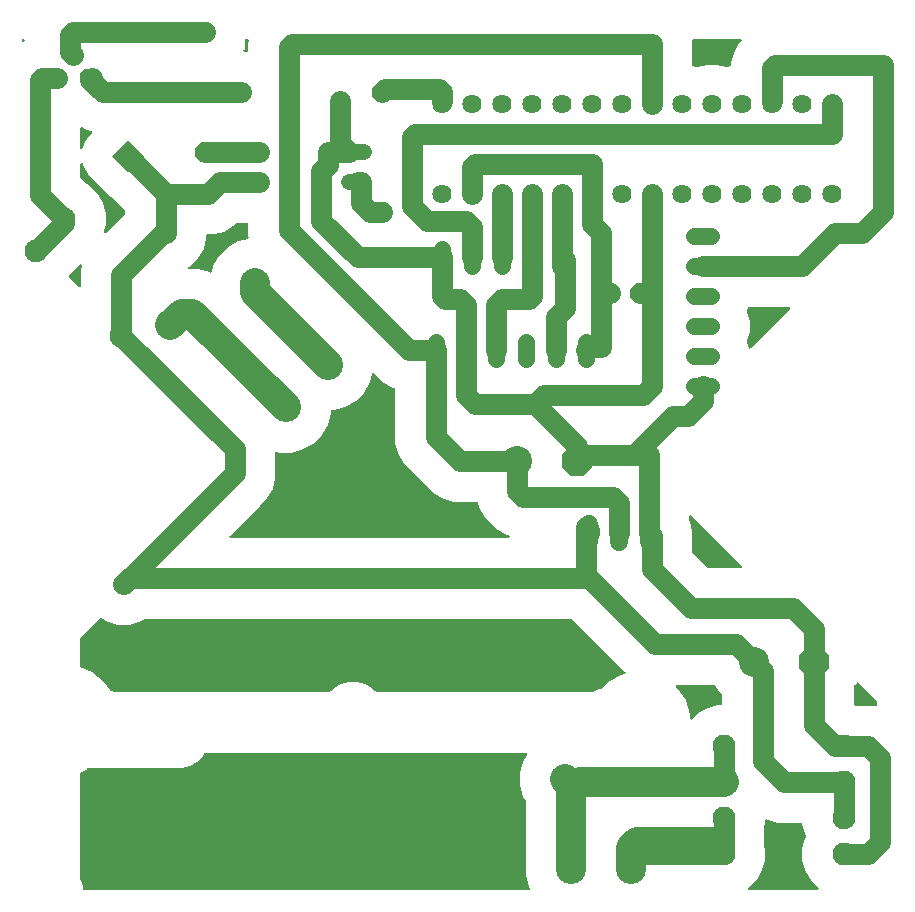
<source format=gbr>
G04 EAGLE Gerber RS-274X export*
G75*
%MOMM*%
%FSLAX34Y34*%
%LPD*%
%INBottom Copper*%
%IPPOS*%
%AMOC8*
5,1,8,0,0,1.08239X$1,22.5*%
G01*
%ADD10C,2.550000*%
%ADD11C,1.930400*%
%ADD12C,1.524000*%
%ADD13C,2.540000*%
%ADD14P,2.749271X8X22.500000*%
%ADD15C,1.625600*%
%ADD16C,1.422400*%
%ADD17C,1.320800*%
%ADD18P,1.814519X8X292.500000*%
%ADD19C,1.950000*%
%ADD20R,1.950000X1.950000*%
%ADD21P,1.429621X8X22.500000*%
%ADD22P,1.814519X8X112.500000*%
%ADD23P,1.814519X8X202.500000*%
%ADD24C,1.778000*%
%ADD25C,2.540000*%
%ADD26C,1.500000*%

G36*
X454712Y25406D02*
X454712Y25406D01*
X454751Y25404D01*
X454853Y25426D01*
X454955Y25441D01*
X454991Y25457D01*
X455029Y25465D01*
X455120Y25514D01*
X455215Y25557D01*
X455245Y25582D01*
X455279Y25601D01*
X455352Y25673D01*
X455432Y25740D01*
X455453Y25773D01*
X455481Y25800D01*
X455532Y25891D01*
X455589Y25977D01*
X455601Y26014D01*
X455620Y26048D01*
X455644Y26149D01*
X455675Y26248D01*
X455676Y26287D01*
X455685Y26325D01*
X455680Y26429D01*
X455682Y26532D01*
X455672Y26570D01*
X455670Y26609D01*
X455643Y26682D01*
X455610Y26807D01*
X455572Y26871D01*
X455553Y26924D01*
X454669Y28454D01*
X452069Y38157D01*
X452069Y48203D01*
X452085Y48260D01*
X452110Y48467D01*
X452119Y48523D01*
X452119Y100100D01*
X452106Y100196D01*
X452101Y100293D01*
X452087Y100331D01*
X452079Y100382D01*
X452009Y100539D01*
X451983Y100608D01*
X449636Y104674D01*
X447039Y114364D01*
X447039Y124396D01*
X449636Y134086D01*
X453088Y140066D01*
X453103Y140103D01*
X453125Y140135D01*
X453156Y140234D01*
X453195Y140330D01*
X453199Y140369D01*
X453210Y140406D01*
X453213Y140510D01*
X453224Y140613D01*
X453217Y140651D01*
X453218Y140690D01*
X453192Y140791D01*
X453173Y140893D01*
X453156Y140928D01*
X453146Y140965D01*
X453093Y141054D01*
X453047Y141147D01*
X453021Y141176D01*
X453001Y141210D01*
X452925Y141281D01*
X452855Y141357D01*
X452822Y141378D01*
X452793Y141404D01*
X452701Y141451D01*
X452613Y141506D01*
X452575Y141516D01*
X452540Y141534D01*
X452464Y141547D01*
X452339Y141581D01*
X452264Y141580D01*
X452209Y141589D01*
X180568Y141589D01*
X180491Y141578D01*
X180413Y141577D01*
X180351Y141559D01*
X180287Y141549D01*
X180216Y141518D01*
X180141Y141495D01*
X180087Y141460D01*
X180027Y141433D01*
X179968Y141383D01*
X179903Y141341D01*
X179867Y141298D01*
X179810Y141250D01*
X179738Y141142D01*
X179689Y141082D01*
X178415Y138876D01*
X173544Y134005D01*
X167578Y130560D01*
X160924Y128777D01*
X81399Y128777D01*
X81312Y128765D01*
X81225Y128762D01*
X81172Y128745D01*
X81118Y128737D01*
X81038Y128702D01*
X80955Y128675D01*
X80915Y128647D01*
X80858Y128621D01*
X80745Y128525D01*
X80681Y128480D01*
X79496Y127294D01*
X74818Y124594D01*
X74757Y124546D01*
X74690Y124506D01*
X74646Y124459D01*
X74594Y124419D01*
X74549Y124356D01*
X74496Y124299D01*
X74466Y124241D01*
X74428Y124188D01*
X74402Y124115D01*
X74366Y124046D01*
X74357Y123991D01*
X74332Y123921D01*
X74324Y123791D01*
X74311Y123715D01*
X74311Y36509D01*
X74315Y36476D01*
X74313Y36442D01*
X74331Y36366D01*
X74351Y36228D01*
X74378Y36166D01*
X74390Y36115D01*
X74805Y35129D01*
X74843Y35066D01*
X74862Y35015D01*
X75728Y33515D01*
X76137Y31990D01*
X76168Y31916D01*
X76181Y31859D01*
X76794Y30403D01*
X77030Y28687D01*
X77050Y28617D01*
X77055Y28563D01*
X77503Y26890D01*
X77503Y26416D01*
X77511Y26358D01*
X77510Y26300D01*
X77531Y26218D01*
X77543Y26134D01*
X77567Y26081D01*
X77582Y26025D01*
X77625Y25952D01*
X77659Y25875D01*
X77697Y25830D01*
X77727Y25780D01*
X77788Y25722D01*
X77843Y25658D01*
X77892Y25626D01*
X77934Y25586D01*
X78009Y25547D01*
X78080Y25500D01*
X78135Y25483D01*
X78187Y25456D01*
X78255Y25445D01*
X78351Y25415D01*
X78450Y25412D01*
X78518Y25401D01*
X454674Y25401D01*
X454712Y25406D01*
G37*
G36*
X286673Y193703D02*
X286673Y193703D01*
X286761Y193706D01*
X286813Y193723D01*
X286868Y193731D01*
X286948Y193766D01*
X287031Y193793D01*
X287070Y193821D01*
X287127Y193847D01*
X287241Y193943D01*
X287304Y193988D01*
X290074Y196758D01*
X296015Y200188D01*
X302640Y201963D01*
X309500Y201963D01*
X316125Y200188D01*
X322066Y196758D01*
X324836Y193988D01*
X324905Y193936D01*
X324969Y193876D01*
X325019Y193850D01*
X325063Y193817D01*
X325145Y193786D01*
X325222Y193746D01*
X325270Y193738D01*
X325328Y193716D01*
X325476Y193704D01*
X325553Y193691D01*
X509591Y193691D01*
X509624Y193695D01*
X509658Y193693D01*
X509735Y193711D01*
X509872Y193731D01*
X509934Y193758D01*
X509985Y193770D01*
X510971Y194185D01*
X511034Y194223D01*
X511085Y194242D01*
X512585Y195108D01*
X514110Y195517D01*
X514184Y195548D01*
X514241Y195561D01*
X515697Y196174D01*
X516725Y196315D01*
X516761Y196325D01*
X516799Y196328D01*
X516898Y196364D01*
X516999Y196393D01*
X517031Y196413D01*
X517066Y196426D01*
X517128Y196473D01*
X517240Y196544D01*
X517288Y196597D01*
X517332Y196631D01*
X521736Y201377D01*
X532875Y207808D01*
X535841Y208485D01*
X535895Y208506D01*
X535952Y208517D01*
X536027Y208556D01*
X536106Y208587D01*
X536153Y208622D01*
X536204Y208648D01*
X536266Y208707D01*
X536333Y208758D01*
X536368Y208804D01*
X536410Y208844D01*
X536453Y208917D01*
X536504Y208985D01*
X536525Y209039D01*
X536554Y209089D01*
X536575Y209172D01*
X536605Y209251D01*
X536610Y209309D01*
X536624Y209365D01*
X536621Y209450D01*
X536628Y209534D01*
X536617Y209591D01*
X536615Y209649D01*
X536589Y209730D01*
X536572Y209813D01*
X536545Y209864D01*
X536528Y209920D01*
X536487Y209976D01*
X536441Y210065D01*
X536373Y210137D01*
X536333Y210193D01*
X533806Y212720D01*
X491554Y254972D01*
X491484Y255024D01*
X491420Y255084D01*
X491371Y255110D01*
X491326Y255143D01*
X491245Y255174D01*
X491167Y255214D01*
X491119Y255222D01*
X491061Y255244D01*
X490913Y255256D01*
X490836Y255269D01*
X130019Y255269D01*
X129923Y255256D01*
X129826Y255251D01*
X129788Y255237D01*
X129738Y255229D01*
X129580Y255159D01*
X129511Y255133D01*
X124996Y252526D01*
X116274Y250189D01*
X107246Y250189D01*
X98524Y252526D01*
X92641Y255923D01*
X92578Y255948D01*
X92519Y255983D01*
X92447Y256001D01*
X92377Y256029D01*
X92309Y256036D01*
X92243Y256053D01*
X92169Y256051D01*
X92094Y256058D01*
X92027Y256046D01*
X91959Y256044D01*
X91888Y256021D01*
X91815Y256008D01*
X91754Y255977D01*
X91689Y255956D01*
X91638Y255920D01*
X91560Y255881D01*
X91476Y255805D01*
X91415Y255762D01*
X74608Y238954D01*
X74556Y238884D01*
X74496Y238820D01*
X74470Y238771D01*
X74437Y238727D01*
X74406Y238645D01*
X74366Y238567D01*
X74358Y238520D01*
X74336Y238461D01*
X74324Y238314D01*
X74311Y238236D01*
X74311Y215007D01*
X74312Y214996D01*
X74311Y214985D01*
X74332Y214855D01*
X74351Y214726D01*
X74355Y214716D01*
X74357Y214705D01*
X74413Y214586D01*
X74467Y214466D01*
X74474Y214458D01*
X74479Y214448D01*
X74565Y214350D01*
X74650Y214249D01*
X74660Y214243D01*
X74667Y214235D01*
X74719Y214204D01*
X74887Y214092D01*
X74927Y214079D01*
X74955Y214062D01*
X85076Y210090D01*
X95132Y202070D01*
X99959Y194991D01*
X99999Y194947D01*
X100031Y194897D01*
X100084Y194854D01*
X100150Y194781D01*
X100236Y194728D01*
X100290Y194684D01*
X101055Y194242D01*
X101123Y194215D01*
X101169Y194185D01*
X102155Y193770D01*
X102188Y193762D01*
X102218Y193746D01*
X102296Y193733D01*
X102430Y193698D01*
X102498Y193699D01*
X102549Y193691D01*
X286587Y193691D01*
X286673Y193703D01*
G37*
G36*
X437358Y323852D02*
X437358Y323852D01*
X437368Y323851D01*
X437499Y323872D01*
X437630Y323891D01*
X437639Y323895D01*
X437649Y323896D01*
X437769Y323953D01*
X437889Y324007D01*
X437897Y324013D01*
X437906Y324017D01*
X438006Y324105D01*
X438106Y324190D01*
X438112Y324199D01*
X438119Y324205D01*
X438191Y324317D01*
X438264Y324427D01*
X438267Y324436D01*
X438272Y324445D01*
X438310Y324571D01*
X438350Y324698D01*
X438350Y324708D01*
X438353Y324717D01*
X438354Y324850D01*
X438357Y324982D01*
X438355Y324992D01*
X438355Y325002D01*
X438319Y325130D01*
X438285Y325257D01*
X438280Y325266D01*
X438278Y325275D01*
X438207Y325388D01*
X438140Y325502D01*
X438133Y325509D01*
X438128Y325517D01*
X438029Y325606D01*
X437933Y325696D01*
X437924Y325701D01*
X437917Y325707D01*
X437865Y325731D01*
X437680Y325826D01*
X437644Y325832D01*
X437611Y325847D01*
X436344Y326186D01*
X428525Y330701D01*
X417061Y342165D01*
X412546Y349984D01*
X411584Y353577D01*
X411557Y353640D01*
X411540Y353705D01*
X411501Y353770D01*
X411472Y353838D01*
X411429Y353891D01*
X411394Y353950D01*
X411340Y354001D01*
X411293Y354059D01*
X411237Y354098D01*
X411187Y354144D01*
X411121Y354178D01*
X411059Y354221D01*
X410995Y354243D01*
X410934Y354274D01*
X410872Y354284D01*
X410790Y354312D01*
X410676Y354317D01*
X410603Y354329D01*
X391726Y354329D01*
X383004Y356666D01*
X375185Y361181D01*
X348481Y387885D01*
X343966Y395704D01*
X341629Y404426D01*
X341629Y449383D01*
X341620Y449451D01*
X341620Y449519D01*
X341600Y449591D01*
X341589Y449665D01*
X341562Y449727D01*
X341543Y449793D01*
X341504Y449856D01*
X341473Y449924D01*
X341429Y449976D01*
X341393Y450034D01*
X341338Y450084D01*
X341290Y450141D01*
X341233Y450179D01*
X341182Y450225D01*
X341125Y450251D01*
X341053Y450299D01*
X340944Y450333D01*
X340877Y450364D01*
X339824Y450646D01*
X332005Y455161D01*
X323906Y463260D01*
X323875Y463283D01*
X323849Y463312D01*
X323761Y463368D01*
X323679Y463430D01*
X323642Y463444D01*
X323609Y463465D01*
X323510Y463495D01*
X323413Y463532D01*
X323374Y463535D01*
X323337Y463546D01*
X323233Y463547D01*
X323130Y463555D01*
X323092Y463548D01*
X323052Y463548D01*
X322953Y463520D01*
X322851Y463499D01*
X322816Y463481D01*
X322779Y463471D01*
X322691Y463416D01*
X322599Y463368D01*
X322570Y463342D01*
X322537Y463321D01*
X322468Y463244D01*
X322393Y463173D01*
X322373Y463139D01*
X322347Y463110D01*
X322314Y463039D01*
X322249Y462927D01*
X322231Y462855D01*
X322207Y462804D01*
X320211Y455355D01*
X315189Y446655D01*
X308086Y439552D01*
X299386Y434530D01*
X289683Y431930D01*
X287905Y431930D01*
X287848Y431922D01*
X287789Y431923D01*
X287707Y431902D01*
X287624Y431890D01*
X287571Y431866D01*
X287514Y431851D01*
X287442Y431808D01*
X287365Y431774D01*
X287320Y431736D01*
X287270Y431706D01*
X287212Y431644D01*
X287148Y431590D01*
X287115Y431541D01*
X287075Y431499D01*
X287037Y431424D01*
X286990Y431353D01*
X286972Y431298D01*
X286946Y431246D01*
X286934Y431178D01*
X286904Y431082D01*
X286902Y430983D01*
X286890Y430915D01*
X286890Y429137D01*
X284290Y419434D01*
X279268Y410734D01*
X272165Y403631D01*
X263465Y398609D01*
X253762Y396009D01*
X243717Y396009D01*
X241309Y396654D01*
X241260Y396660D01*
X241214Y396675D01*
X241120Y396677D01*
X241027Y396688D01*
X240978Y396681D01*
X240930Y396682D01*
X240839Y396658D01*
X240746Y396643D01*
X240702Y396622D01*
X240655Y396610D01*
X240574Y396562D01*
X240489Y396522D01*
X240452Y396490D01*
X240410Y396465D01*
X240346Y396396D01*
X240275Y396334D01*
X240249Y396293D01*
X240216Y396258D01*
X240173Y396174D01*
X240122Y396095D01*
X240108Y396048D01*
X240086Y396004D01*
X240074Y395931D01*
X240042Y395822D01*
X240041Y395735D01*
X240031Y395673D01*
X240031Y373946D01*
X237694Y365224D01*
X233179Y357405D01*
X226701Y350926D01*
X201358Y325584D01*
X201341Y325560D01*
X201318Y325541D01*
X201255Y325447D01*
X201187Y325357D01*
X201177Y325329D01*
X201161Y325305D01*
X201126Y325197D01*
X201086Y325091D01*
X201084Y325062D01*
X201075Y325034D01*
X201072Y324920D01*
X201063Y324808D01*
X201068Y324779D01*
X201068Y324750D01*
X201096Y324640D01*
X201118Y324529D01*
X201132Y324503D01*
X201139Y324475D01*
X201197Y324377D01*
X201249Y324277D01*
X201270Y324255D01*
X201285Y324230D01*
X201367Y324153D01*
X201445Y324071D01*
X201471Y324056D01*
X201492Y324036D01*
X201593Y323984D01*
X201691Y323927D01*
X201719Y323920D01*
X201745Y323906D01*
X201822Y323893D01*
X201966Y323857D01*
X202029Y323859D01*
X202076Y323851D01*
X437348Y323851D01*
X437358Y323852D01*
G37*
G36*
X672397Y25430D02*
X672397Y25430D01*
X672454Y25435D01*
X674750Y26051D01*
X699166Y26051D01*
X699195Y26055D01*
X699224Y26052D01*
X699336Y26075D01*
X699448Y26091D01*
X699474Y26103D01*
X699503Y26108D01*
X699604Y26160D01*
X699707Y26207D01*
X699730Y26226D01*
X699756Y26239D01*
X699838Y26317D01*
X699924Y26390D01*
X699940Y26415D01*
X699962Y26435D01*
X700019Y26533D01*
X700082Y26627D01*
X700091Y26655D01*
X700105Y26680D01*
X700133Y26790D01*
X700167Y26898D01*
X700168Y26928D01*
X700175Y26956D01*
X700172Y27069D01*
X700175Y27182D01*
X700167Y27211D01*
X700166Y27240D01*
X700132Y27348D01*
X700103Y27457D01*
X700088Y27483D01*
X700079Y27511D01*
X700033Y27574D01*
X699958Y27702D01*
X699912Y27745D01*
X699884Y27784D01*
X693311Y34357D01*
X688696Y42350D01*
X686307Y51265D01*
X686307Y60495D01*
X688696Y69410D01*
X689390Y70612D01*
X689400Y70637D01*
X689408Y70648D01*
X689418Y70681D01*
X689419Y70685D01*
X689457Y70752D01*
X689472Y70816D01*
X689497Y70876D01*
X689505Y70953D01*
X689522Y71029D01*
X689519Y71094D01*
X689526Y71159D01*
X689512Y71236D01*
X689508Y71313D01*
X689488Y71365D01*
X689475Y71439D01*
X689418Y71555D01*
X689390Y71628D01*
X688696Y72830D01*
X686293Y81797D01*
X686267Y81860D01*
X686250Y81925D01*
X686211Y81990D01*
X686182Y82058D01*
X686139Y82111D01*
X686104Y82170D01*
X686050Y82221D01*
X686003Y82279D01*
X685947Y82318D01*
X685897Y82364D01*
X685830Y82398D01*
X685769Y82441D01*
X685705Y82463D01*
X685644Y82494D01*
X685582Y82504D01*
X685500Y82532D01*
X685386Y82537D01*
X685313Y82549D01*
X666046Y82549D01*
X657324Y84886D01*
X656336Y85457D01*
X656299Y85472D01*
X656267Y85493D01*
X656168Y85524D01*
X656072Y85563D01*
X656033Y85567D01*
X655996Y85579D01*
X655892Y85582D01*
X655789Y85592D01*
X655751Y85585D01*
X655712Y85586D01*
X655611Y85560D01*
X655509Y85542D01*
X655474Y85524D01*
X655437Y85514D01*
X655348Y85462D01*
X655255Y85416D01*
X655226Y85389D01*
X655192Y85369D01*
X655121Y85294D01*
X655045Y85224D01*
X655024Y85190D01*
X654998Y85162D01*
X654950Y85069D01*
X654896Y84981D01*
X654886Y84944D01*
X654868Y84909D01*
X654855Y84832D01*
X654821Y84707D01*
X654822Y84633D01*
X654813Y84578D01*
X654813Y81745D01*
X654085Y79031D01*
X654060Y78824D01*
X654051Y78768D01*
X654051Y63472D01*
X654080Y63266D01*
X654085Y63209D01*
X654813Y60495D01*
X654813Y51265D01*
X652424Y42350D01*
X647809Y34357D01*
X641283Y27831D01*
X640355Y27295D01*
X640340Y27283D01*
X640322Y27275D01*
X640228Y27196D01*
X640131Y27120D01*
X640120Y27104D01*
X640105Y27091D01*
X640037Y26989D01*
X639965Y26890D01*
X639958Y26871D01*
X639947Y26855D01*
X639910Y26738D01*
X639869Y26622D01*
X639867Y26602D01*
X639861Y26584D01*
X639858Y26461D01*
X639850Y26338D01*
X639855Y26319D01*
X639854Y26300D01*
X639885Y26181D01*
X639912Y26061D01*
X639921Y26043D01*
X639926Y26025D01*
X639989Y25919D01*
X640047Y25811D01*
X640061Y25797D01*
X640071Y25780D01*
X640161Y25696D01*
X640247Y25609D01*
X640264Y25599D01*
X640279Y25586D01*
X640388Y25530D01*
X640495Y25470D01*
X640514Y25465D01*
X640532Y25456D01*
X640604Y25444D01*
X640772Y25405D01*
X640823Y25407D01*
X640863Y25401D01*
X672191Y25401D01*
X672397Y25430D01*
G37*
G36*
X634269Y298455D02*
X634269Y298455D01*
X634299Y298452D01*
X634410Y298475D01*
X634522Y298491D01*
X634549Y298503D01*
X634577Y298508D01*
X634678Y298560D01*
X634781Y298607D01*
X634804Y298626D01*
X634830Y298639D01*
X634912Y298717D01*
X634998Y298790D01*
X635014Y298815D01*
X635036Y298835D01*
X635093Y298933D01*
X635156Y299027D01*
X635165Y299055D01*
X635179Y299080D01*
X635207Y299190D01*
X635242Y299298D01*
X635242Y299328D01*
X635250Y299356D01*
X635246Y299469D01*
X635249Y299582D01*
X635241Y299611D01*
X635241Y299640D01*
X635206Y299748D01*
X635177Y299857D01*
X635162Y299883D01*
X635153Y299911D01*
X635108Y299974D01*
X635032Y300102D01*
X634986Y300145D01*
X634980Y300153D01*
X634980Y300154D01*
X634979Y300154D01*
X634958Y300184D01*
X592284Y342858D01*
X592260Y342876D01*
X592241Y342898D01*
X592147Y342961D01*
X592057Y343029D01*
X592029Y343040D01*
X592005Y343056D01*
X591897Y343090D01*
X591791Y343130D01*
X591762Y343133D01*
X591734Y343142D01*
X591620Y343145D01*
X591508Y343154D01*
X591479Y343148D01*
X591450Y343149D01*
X591340Y343120D01*
X591229Y343098D01*
X591203Y343084D01*
X591175Y343077D01*
X591077Y343019D01*
X590977Y342967D01*
X590955Y342947D01*
X590930Y342932D01*
X590853Y342849D01*
X590771Y342771D01*
X590756Y342746D01*
X590736Y342725D01*
X590684Y342624D01*
X590627Y342526D01*
X590620Y342498D01*
X590606Y342471D01*
X590593Y342394D01*
X590557Y342250D01*
X590559Y342188D01*
X590551Y342140D01*
X590551Y338980D01*
X590564Y338884D01*
X590569Y338786D01*
X590583Y338749D01*
X590591Y338698D01*
X590661Y338541D01*
X590687Y338472D01*
X590754Y338356D01*
X593091Y329634D01*
X593091Y311804D01*
X593103Y311718D01*
X593106Y311630D01*
X593123Y311578D01*
X593131Y311523D01*
X593166Y311443D01*
X593193Y311360D01*
X593221Y311320D01*
X593247Y311263D01*
X593343Y311150D01*
X593388Y311086D01*
X605726Y298748D01*
X605796Y298696D01*
X605860Y298636D01*
X605909Y298610D01*
X605954Y298577D01*
X606035Y298546D01*
X606113Y298506D01*
X606161Y298498D01*
X606219Y298476D01*
X606367Y298464D01*
X606444Y298451D01*
X634240Y298451D01*
X634269Y298455D01*
G37*
G36*
X185256Y548379D02*
X185256Y548379D01*
X185305Y548379D01*
X185395Y548404D01*
X185487Y548421D01*
X185531Y548443D01*
X185578Y548456D01*
X185658Y548505D01*
X185742Y548547D01*
X185778Y548580D01*
X185820Y548606D01*
X185883Y548675D01*
X185952Y548739D01*
X185978Y548780D01*
X186010Y548817D01*
X186041Y548884D01*
X186100Y548981D01*
X186124Y549065D01*
X186150Y549122D01*
X187487Y554115D01*
X192503Y562803D01*
X199597Y569897D01*
X208285Y574913D01*
X216787Y577191D01*
X216841Y577214D01*
X216897Y577227D01*
X216971Y577269D01*
X217048Y577302D01*
X217094Y577339D01*
X217145Y577368D01*
X217204Y577428D01*
X217269Y577481D01*
X217302Y577529D01*
X217343Y577571D01*
X217383Y577646D01*
X217431Y577715D01*
X217450Y577770D01*
X217477Y577822D01*
X217495Y577905D01*
X217522Y577984D01*
X217524Y578043D01*
X217537Y578100D01*
X217530Y578169D01*
X217535Y578268D01*
X217511Y578365D01*
X217505Y578434D01*
X217169Y579686D01*
X217169Y589534D01*
X217161Y589592D01*
X217163Y589650D01*
X217141Y589732D01*
X217129Y589816D01*
X217106Y589869D01*
X217091Y589925D01*
X217048Y589998D01*
X217013Y590075D01*
X216975Y590120D01*
X216946Y590170D01*
X216884Y590228D01*
X216830Y590292D01*
X216781Y590324D01*
X216738Y590364D01*
X216663Y590403D01*
X216593Y590450D01*
X216537Y590467D01*
X216485Y590494D01*
X216417Y590505D01*
X216322Y590535D01*
X216222Y590538D01*
X216154Y590549D01*
X207664Y590549D01*
X207578Y590537D01*
X207490Y590534D01*
X207438Y590517D01*
X207383Y590509D01*
X207303Y590474D01*
X207220Y590447D01*
X207180Y590419D01*
X207123Y590393D01*
X207010Y590297D01*
X206946Y590252D01*
X204335Y587641D01*
X196516Y583126D01*
X187795Y580789D01*
X182626Y580789D01*
X182568Y580781D01*
X182510Y580783D01*
X182428Y580761D01*
X182344Y580750D01*
X182291Y580726D01*
X182235Y580711D01*
X182162Y580668D01*
X182085Y580633D01*
X182040Y580595D01*
X181990Y580566D01*
X181932Y580504D01*
X181868Y580450D01*
X181836Y580401D01*
X181796Y580358D01*
X181757Y580283D01*
X181710Y580213D01*
X181693Y580157D01*
X181666Y580105D01*
X181655Y580037D01*
X181625Y579942D01*
X181622Y579842D01*
X181611Y579774D01*
X181611Y577146D01*
X179274Y568424D01*
X174759Y560605D01*
X168375Y554221D01*
X166391Y553075D01*
X166376Y553063D01*
X166358Y553055D01*
X166264Y552976D01*
X166167Y552900D01*
X166156Y552884D01*
X166141Y552871D01*
X166073Y552769D01*
X166001Y552670D01*
X165994Y552651D01*
X165983Y552635D01*
X165946Y552518D01*
X165905Y552402D01*
X165903Y552382D01*
X165897Y552364D01*
X165894Y552241D01*
X165886Y552118D01*
X165891Y552099D01*
X165890Y552080D01*
X165921Y551961D01*
X165948Y551841D01*
X165957Y551823D01*
X165962Y551805D01*
X166025Y551699D01*
X166083Y551591D01*
X166097Y551577D01*
X166107Y551560D01*
X166197Y551476D01*
X166283Y551389D01*
X166300Y551379D01*
X166315Y551366D01*
X166424Y551310D01*
X166531Y551250D01*
X166550Y551245D01*
X166568Y551236D01*
X166640Y551224D01*
X166808Y551185D01*
X166859Y551187D01*
X166899Y551181D01*
X174835Y551181D01*
X184525Y548584D01*
X184661Y548506D01*
X184706Y548488D01*
X184748Y548461D01*
X184838Y548434D01*
X184925Y548399D01*
X184973Y548394D01*
X185020Y548381D01*
X185114Y548380D01*
X185208Y548370D01*
X185256Y548379D01*
G37*
G36*
X622489Y722252D02*
X622489Y722252D01*
X622563Y722259D01*
X625357Y723008D01*
X625420Y723034D01*
X625485Y723052D01*
X625550Y723090D01*
X625618Y723119D01*
X625671Y723162D01*
X625730Y723197D01*
X625781Y723251D01*
X625839Y723298D01*
X625878Y723354D01*
X625924Y723404D01*
X625958Y723471D01*
X626001Y723532D01*
X626023Y723596D01*
X626054Y723657D01*
X626064Y723719D01*
X626092Y723801D01*
X626097Y723915D01*
X626109Y723988D01*
X626109Y725874D01*
X628446Y734596D01*
X632961Y742415D01*
X634812Y744266D01*
X634829Y744290D01*
X634852Y744309D01*
X634915Y744403D01*
X634983Y744493D01*
X634993Y744521D01*
X635009Y744545D01*
X635044Y744653D01*
X635084Y744759D01*
X635086Y744788D01*
X635095Y744816D01*
X635098Y744930D01*
X635107Y745042D01*
X635102Y745071D01*
X635102Y745100D01*
X635074Y745210D01*
X635052Y745321D01*
X635038Y745347D01*
X635031Y745375D01*
X634973Y745473D01*
X634921Y745573D01*
X634900Y745595D01*
X634885Y745620D01*
X634803Y745697D01*
X634725Y745779D01*
X634699Y745794D01*
X634678Y745814D01*
X634577Y745866D01*
X634479Y745923D01*
X634451Y745930D01*
X634425Y745944D01*
X634348Y745957D01*
X634204Y745993D01*
X634141Y745991D01*
X634094Y745999D01*
X594106Y745999D01*
X594048Y745991D01*
X593990Y745993D01*
X593908Y745971D01*
X593824Y745959D01*
X593771Y745936D01*
X593715Y745921D01*
X593642Y745878D01*
X593565Y745843D01*
X593520Y745805D01*
X593470Y745776D01*
X593412Y745714D01*
X593348Y745660D01*
X593316Y745611D01*
X593276Y745568D01*
X593237Y745493D01*
X593190Y745423D01*
X593173Y745367D01*
X593146Y745315D01*
X593135Y745247D01*
X593105Y745152D01*
X593102Y745052D01*
X593091Y744984D01*
X593091Y723988D01*
X593100Y723921D01*
X593100Y723853D01*
X593120Y723781D01*
X593131Y723707D01*
X593158Y723645D01*
X593177Y723579D01*
X593216Y723516D01*
X593247Y723447D01*
X593291Y723395D01*
X593327Y723337D01*
X593382Y723287D01*
X593430Y723230D01*
X593487Y723193D01*
X593538Y723147D01*
X593595Y723121D01*
X593667Y723073D01*
X593776Y723038D01*
X593843Y723008D01*
X596637Y722259D01*
X596733Y722247D01*
X596829Y722227D01*
X596869Y722231D01*
X596919Y722225D01*
X597089Y722252D01*
X597163Y722259D01*
X605186Y724409D01*
X614014Y724409D01*
X622037Y722259D01*
X622134Y722247D01*
X622229Y722227D01*
X622269Y722231D01*
X622319Y722225D01*
X622489Y722252D01*
G37*
G36*
X641934Y483996D02*
X641934Y483996D01*
X641973Y483997D01*
X642072Y484029D01*
X642173Y484053D01*
X642207Y484073D01*
X642244Y484085D01*
X642307Y484130D01*
X642420Y484194D01*
X642472Y484247D01*
X642517Y484280D01*
X675934Y517696D01*
X675951Y517720D01*
X675974Y517739D01*
X676036Y517833D01*
X676105Y517923D01*
X676115Y517951D01*
X676131Y517975D01*
X676165Y518083D01*
X676206Y518189D01*
X676208Y518218D01*
X676217Y518246D01*
X676220Y518360D01*
X676229Y518472D01*
X676224Y518501D01*
X676224Y518530D01*
X676196Y518640D01*
X676173Y518751D01*
X676160Y518777D01*
X676152Y518805D01*
X676095Y518903D01*
X676042Y519003D01*
X676022Y519025D01*
X676007Y519050D01*
X675925Y519127D01*
X675847Y519209D01*
X675821Y519224D01*
X675800Y519244D01*
X675699Y519296D01*
X675601Y519353D01*
X675573Y519360D01*
X675547Y519374D01*
X675469Y519387D01*
X675326Y519423D01*
X675263Y519421D01*
X675216Y519429D01*
X641148Y519429D01*
X641081Y519420D01*
X641013Y519420D01*
X640941Y519400D01*
X640867Y519389D01*
X640805Y519362D01*
X640739Y519343D01*
X640676Y519304D01*
X640608Y519273D01*
X640555Y519229D01*
X640498Y519193D01*
X640448Y519138D01*
X640391Y519090D01*
X640353Y519033D01*
X640307Y518982D01*
X640281Y518925D01*
X640233Y518853D01*
X640199Y518744D01*
X640168Y518677D01*
X639419Y515883D01*
X639407Y515787D01*
X639387Y515691D01*
X639391Y515651D01*
X639385Y515601D01*
X639412Y515431D01*
X639419Y515357D01*
X641605Y507200D01*
X641605Y498640D01*
X639419Y490483D01*
X639407Y490387D01*
X639387Y490291D01*
X639391Y490251D01*
X639385Y490201D01*
X639412Y490031D01*
X639419Y489957D01*
X640818Y484735D01*
X640834Y484699D01*
X640841Y484660D01*
X640889Y484568D01*
X640930Y484473D01*
X640954Y484443D01*
X640972Y484408D01*
X641044Y484333D01*
X641109Y484253D01*
X641141Y484230D01*
X641168Y484202D01*
X641258Y484149D01*
X641343Y484091D01*
X641380Y484078D01*
X641414Y484058D01*
X641514Y484033D01*
X641612Y484000D01*
X641651Y483998D01*
X641689Y483988D01*
X641793Y483991D01*
X641896Y483987D01*
X641934Y483996D01*
G37*
G36*
X592327Y169887D02*
X592327Y169887D01*
X592441Y169884D01*
X592469Y169891D01*
X592499Y169892D01*
X592606Y169927D01*
X592716Y169956D01*
X592741Y169971D01*
X592769Y169980D01*
X592833Y170025D01*
X592960Y170101D01*
X593003Y170146D01*
X593042Y170174D01*
X598237Y175369D01*
X606230Y179984D01*
X615145Y182373D01*
X617474Y182373D01*
X617532Y182381D01*
X617590Y182379D01*
X617672Y182401D01*
X617756Y182413D01*
X617809Y182436D01*
X617865Y182451D01*
X617938Y182494D01*
X618015Y182529D01*
X618060Y182567D01*
X618110Y182596D01*
X618168Y182658D01*
X618232Y182712D01*
X618264Y182761D01*
X618304Y182804D01*
X618343Y182879D01*
X618390Y182949D01*
X618407Y183005D01*
X618434Y183057D01*
X618445Y183125D01*
X618475Y183220D01*
X618478Y183320D01*
X618489Y183388D01*
X618489Y190808D01*
X618477Y190894D01*
X618474Y190982D01*
X618457Y191034D01*
X618449Y191089D01*
X618414Y191169D01*
X618387Y191252D01*
X618359Y191291D01*
X618333Y191349D01*
X618237Y191462D01*
X618192Y191525D01*
X614672Y195046D01*
X612457Y198882D01*
X612409Y198943D01*
X612369Y199010D01*
X612322Y199054D01*
X612282Y199106D01*
X612219Y199151D01*
X612162Y199204D01*
X612104Y199234D01*
X612051Y199272D01*
X611978Y199298D01*
X611909Y199334D01*
X611854Y199343D01*
X611784Y199368D01*
X611654Y199376D01*
X611578Y199389D01*
X580165Y199389D01*
X580080Y199377D01*
X579994Y199375D01*
X579940Y199357D01*
X579884Y199349D01*
X579805Y199314D01*
X579723Y199288D01*
X579676Y199256D01*
X579624Y199233D01*
X579559Y199177D01*
X579487Y199130D01*
X579451Y199086D01*
X579407Y199050D01*
X579360Y198978D01*
X579304Y198912D01*
X579281Y198860D01*
X579250Y198813D01*
X579224Y198731D01*
X579189Y198652D01*
X579181Y198596D01*
X579164Y198542D01*
X579162Y198456D01*
X579150Y198370D01*
X579158Y198314D01*
X579157Y198258D01*
X579179Y198174D01*
X579191Y198089D01*
X579214Y198037D01*
X579229Y197983D01*
X579273Y197909D01*
X579308Y197830D01*
X579341Y197793D01*
X579374Y197738D01*
X579480Y197639D01*
X579532Y197580D01*
X580272Y196990D01*
X587518Y186363D01*
X591309Y174071D01*
X591309Y170892D01*
X591313Y170863D01*
X591311Y170834D01*
X591333Y170723D01*
X591349Y170611D01*
X591361Y170584D01*
X591367Y170555D01*
X591419Y170455D01*
X591465Y170351D01*
X591484Y170329D01*
X591498Y170303D01*
X591576Y170221D01*
X591649Y170134D01*
X591673Y170118D01*
X591694Y170097D01*
X591791Y170040D01*
X591886Y169977D01*
X591914Y169968D01*
X591939Y169953D01*
X592048Y169925D01*
X592157Y169891D01*
X592186Y169890D01*
X592214Y169883D01*
X592327Y169887D01*
G37*
G36*
X96127Y581920D02*
X96127Y581920D01*
X96251Y581919D01*
X96269Y581924D01*
X96289Y581925D01*
X96406Y581963D01*
X96524Y581996D01*
X96541Y582006D01*
X96560Y582012D01*
X96619Y582055D01*
X96766Y582146D01*
X96800Y582184D01*
X96833Y582207D01*
X112732Y598106D01*
X112784Y598176D01*
X112844Y598240D01*
X112870Y598289D01*
X112903Y598334D01*
X112934Y598415D01*
X112974Y598493D01*
X112982Y598541D01*
X113004Y598599D01*
X113016Y598747D01*
X113029Y598824D01*
X113029Y600456D01*
X113017Y600542D01*
X113014Y600630D01*
X112997Y600683D01*
X112989Y600737D01*
X112954Y600817D01*
X112927Y600900D01*
X112899Y600940D01*
X112873Y600997D01*
X112777Y601110D01*
X112732Y601174D01*
X102604Y611302D01*
X102438Y611427D01*
X102394Y611463D01*
X99632Y613057D01*
X81114Y631575D01*
X77770Y637367D01*
X76927Y640516D01*
X76923Y640525D01*
X76921Y640534D01*
X76867Y640656D01*
X76815Y640777D01*
X76809Y640785D01*
X76805Y640794D01*
X76720Y640895D01*
X76636Y640998D01*
X76628Y641003D01*
X76621Y641011D01*
X76511Y641084D01*
X76402Y641160D01*
X76393Y641163D01*
X76385Y641168D01*
X76258Y641209D01*
X76133Y641251D01*
X76123Y641251D01*
X76114Y641254D01*
X75981Y641258D01*
X75849Y641263D01*
X75839Y641261D01*
X75830Y641261D01*
X75702Y641228D01*
X75573Y641197D01*
X75564Y641192D01*
X75555Y641190D01*
X75441Y641122D01*
X75325Y641056D01*
X75319Y641049D01*
X75310Y641044D01*
X75220Y640948D01*
X75127Y640853D01*
X75122Y640844D01*
X75116Y640837D01*
X75056Y640720D01*
X74993Y640602D01*
X74991Y640593D01*
X74986Y640584D01*
X74977Y640528D01*
X74933Y640324D01*
X74937Y640288D01*
X74931Y640253D01*
X74931Y628904D01*
X74943Y628817D01*
X74946Y628730D01*
X74963Y628677D01*
X74971Y628623D01*
X75006Y628543D01*
X75033Y628460D01*
X75061Y628420D01*
X75087Y628363D01*
X75183Y628250D01*
X75228Y628186D01*
X80099Y623315D01*
X80266Y623190D01*
X80310Y623154D01*
X83072Y621559D01*
X89616Y615015D01*
X94244Y606999D01*
X96639Y598059D01*
X96639Y588804D01*
X95134Y583188D01*
X95132Y583169D01*
X95125Y583150D01*
X95115Y583028D01*
X95100Y582906D01*
X95103Y582886D01*
X95101Y582867D01*
X95126Y582746D01*
X95145Y582625D01*
X95153Y582607D01*
X95157Y582588D01*
X95214Y582479D01*
X95266Y582368D01*
X95279Y582353D01*
X95288Y582336D01*
X95373Y582247D01*
X95454Y582154D01*
X95471Y582144D01*
X95484Y582130D01*
X95590Y582068D01*
X95694Y582001D01*
X95712Y581996D01*
X95729Y581986D01*
X95848Y581956D01*
X95966Y581921D01*
X95986Y581921D01*
X96005Y581916D01*
X96127Y581920D01*
G37*
G36*
X748152Y181148D02*
X748152Y181148D01*
X748200Y181147D01*
X748291Y181171D01*
X748384Y181186D01*
X748428Y181206D01*
X748475Y181219D01*
X748556Y181267D01*
X748641Y181307D01*
X748678Y181339D01*
X748720Y181364D01*
X748784Y181433D01*
X748855Y181495D01*
X748881Y181536D01*
X748914Y181571D01*
X748957Y181655D01*
X749008Y181734D01*
X749022Y181781D01*
X749044Y181824D01*
X749056Y181898D01*
X749088Y182007D01*
X749089Y182094D01*
X749099Y182155D01*
X749099Y185622D01*
X749087Y185709D01*
X749084Y185796D01*
X749067Y185849D01*
X749059Y185904D01*
X749024Y185984D01*
X748997Y186067D01*
X748969Y186106D01*
X748943Y186163D01*
X748847Y186276D01*
X748802Y186340D01*
X733990Y201152D01*
X733944Y201187D01*
X733903Y201229D01*
X733830Y201272D01*
X733763Y201323D01*
X733708Y201344D01*
X733658Y201373D01*
X733576Y201394D01*
X733497Y201424D01*
X733439Y201429D01*
X733382Y201443D01*
X733298Y201441D01*
X733214Y201448D01*
X733157Y201436D01*
X733098Y201434D01*
X733018Y201408D01*
X732935Y201392D01*
X732883Y201365D01*
X732828Y201347D01*
X732772Y201307D01*
X732683Y201261D01*
X732611Y201192D01*
X732554Y201152D01*
X730548Y199146D01*
X730496Y199076D01*
X730436Y199012D01*
X730410Y198962D01*
X730377Y198918D01*
X730346Y198837D01*
X730306Y198759D01*
X730298Y198711D01*
X730276Y198653D01*
X730264Y198505D01*
X730251Y198428D01*
X730251Y182626D01*
X730259Y182568D01*
X730257Y182510D01*
X730279Y182428D01*
X730291Y182344D01*
X730314Y182291D01*
X730329Y182235D01*
X730372Y182162D01*
X730407Y182085D01*
X730445Y182040D01*
X730474Y181990D01*
X730536Y181932D01*
X730590Y181868D01*
X730639Y181836D01*
X730682Y181796D01*
X730757Y181757D01*
X730827Y181710D01*
X730883Y181693D01*
X730935Y181666D01*
X731003Y181655D01*
X731098Y181625D01*
X731198Y181622D01*
X731266Y181611D01*
X746194Y181611D01*
X747821Y181175D01*
X747870Y181169D01*
X747916Y181154D01*
X748010Y181152D01*
X748103Y181140D01*
X748152Y181148D01*
G37*
G36*
X74362Y535903D02*
X74362Y535903D01*
X74391Y535903D01*
X74501Y535931D01*
X74612Y535953D01*
X74638Y535967D01*
X74666Y535974D01*
X74764Y536032D01*
X74864Y536084D01*
X74886Y536105D01*
X74911Y536120D01*
X74988Y536202D01*
X75070Y536280D01*
X75085Y536306D01*
X75105Y536327D01*
X75157Y536428D01*
X75214Y536526D01*
X75221Y536554D01*
X75235Y536580D01*
X75248Y536657D01*
X75284Y536801D01*
X75282Y536864D01*
X75290Y536911D01*
X75290Y550975D01*
X76089Y553958D01*
X76092Y553977D01*
X76099Y553995D01*
X76109Y554118D01*
X76124Y554240D01*
X76121Y554259D01*
X76122Y554279D01*
X76098Y554399D01*
X76079Y554521D01*
X76070Y554538D01*
X76066Y554558D01*
X76010Y554666D01*
X75957Y554778D01*
X75944Y554793D01*
X75935Y554810D01*
X75851Y554899D01*
X75770Y554991D01*
X75753Y555002D01*
X75740Y555016D01*
X75633Y555078D01*
X75530Y555144D01*
X75511Y555150D01*
X75494Y555160D01*
X75376Y555190D01*
X75257Y555225D01*
X75238Y555225D01*
X75219Y555230D01*
X75096Y555226D01*
X74973Y555227D01*
X74954Y555221D01*
X74935Y555221D01*
X74818Y555183D01*
X74699Y555150D01*
X74683Y555139D01*
X74664Y555133D01*
X74604Y555091D01*
X74458Y555000D01*
X74424Y554962D01*
X74391Y554938D01*
X67355Y547902D01*
X67230Y547736D01*
X67193Y547692D01*
X65731Y545159D01*
X65688Y545101D01*
X65667Y545047D01*
X65637Y544996D01*
X65616Y544914D01*
X65586Y544836D01*
X65581Y544777D01*
X65567Y544720D01*
X65569Y544636D01*
X65562Y544553D01*
X65574Y544495D01*
X65576Y544436D01*
X65602Y544356D01*
X65618Y544274D01*
X65645Y544222D01*
X65663Y544166D01*
X65703Y544110D01*
X65749Y544021D01*
X65818Y543949D01*
X65858Y543892D01*
X73557Y536193D01*
X73581Y536176D01*
X73600Y536153D01*
X73694Y536090D01*
X73784Y536022D01*
X73812Y536012D01*
X73836Y535996D01*
X73944Y535961D01*
X74050Y535921D01*
X74079Y535919D01*
X74107Y535910D01*
X74221Y535907D01*
X74333Y535898D01*
X74362Y535903D01*
G37*
G36*
X76072Y653084D02*
X76072Y653084D01*
X76082Y653084D01*
X76210Y653120D01*
X76337Y653154D01*
X76346Y653159D01*
X76355Y653161D01*
X76468Y653231D01*
X76582Y653299D01*
X76589Y653306D01*
X76597Y653311D01*
X76686Y653409D01*
X76776Y653506D01*
X76781Y653515D01*
X76787Y653522D01*
X76811Y653574D01*
X76906Y653759D01*
X76912Y653795D01*
X76927Y653828D01*
X77770Y656976D01*
X81114Y662768D01*
X84776Y666429D01*
X84799Y666461D01*
X84828Y666486D01*
X84884Y666574D01*
X84947Y666656D01*
X84960Y666693D01*
X84981Y666726D01*
X85011Y666825D01*
X85048Y666922D01*
X85051Y666961D01*
X85062Y666999D01*
X85063Y667102D01*
X85071Y667205D01*
X85064Y667244D01*
X85064Y667283D01*
X85036Y667383D01*
X85015Y667484D01*
X84997Y667519D01*
X84987Y667556D01*
X84932Y667645D01*
X84884Y667737D01*
X84858Y667765D01*
X84837Y667798D01*
X84760Y667867D01*
X84689Y667943D01*
X84655Y667962D01*
X84626Y667989D01*
X84555Y668021D01*
X84443Y668086D01*
X84371Y668105D01*
X84321Y668128D01*
X80744Y669086D01*
X76454Y671563D01*
X76417Y671578D01*
X76385Y671600D01*
X76286Y671631D01*
X76190Y671670D01*
X76151Y671674D01*
X76114Y671685D01*
X76010Y671688D01*
X75907Y671699D01*
X75869Y671692D01*
X75830Y671693D01*
X75729Y671667D01*
X75627Y671648D01*
X75592Y671631D01*
X75555Y671621D01*
X75466Y671568D01*
X75373Y671522D01*
X75344Y671496D01*
X75310Y671476D01*
X75239Y671400D01*
X75163Y671330D01*
X75142Y671297D01*
X75116Y671268D01*
X75069Y671176D01*
X75014Y671088D01*
X75004Y671050D01*
X74986Y671015D01*
X74973Y670939D01*
X74939Y670814D01*
X74940Y670739D01*
X74931Y670684D01*
X74931Y654090D01*
X74932Y654081D01*
X74931Y654071D01*
X74952Y653940D01*
X74971Y653809D01*
X74975Y653800D01*
X74976Y653790D01*
X75033Y653670D01*
X75087Y653549D01*
X75093Y653542D01*
X75097Y653533D01*
X75185Y653433D01*
X75270Y653332D01*
X75279Y653327D01*
X75285Y653320D01*
X75397Y653248D01*
X75507Y653175D01*
X75516Y653172D01*
X75525Y653167D01*
X75652Y653129D01*
X75778Y653089D01*
X75788Y653089D01*
X75797Y653086D01*
X75930Y653085D01*
X76062Y653082D01*
X76072Y653084D01*
G37*
G36*
X216222Y735155D02*
X216222Y735155D01*
X216270Y735154D01*
X216361Y735177D01*
X216454Y735192D01*
X216498Y735213D01*
X216545Y735225D01*
X216626Y735273D01*
X216711Y735314D01*
X216748Y735346D01*
X216790Y735371D01*
X216854Y735439D01*
X216925Y735501D01*
X216951Y735542D01*
X216984Y735578D01*
X217027Y735662D01*
X217078Y735741D01*
X217092Y735788D01*
X217114Y735831D01*
X217126Y735904D01*
X217158Y736014D01*
X217159Y736100D01*
X217169Y736162D01*
X217169Y743654D01*
X217455Y744721D01*
X217461Y744770D01*
X217476Y744816D01*
X217478Y744910D01*
X217490Y745003D01*
X217482Y745052D01*
X217483Y745100D01*
X217459Y745191D01*
X217444Y745284D01*
X217424Y745328D01*
X217411Y745375D01*
X217363Y745456D01*
X217323Y745541D01*
X217291Y745578D01*
X217266Y745620D01*
X217197Y745684D01*
X217135Y745755D01*
X217094Y745781D01*
X217059Y745814D01*
X216975Y745857D01*
X216896Y745908D01*
X216849Y745922D01*
X216806Y745944D01*
X216732Y745956D01*
X216623Y745988D01*
X216536Y745989D01*
X216474Y745999D01*
X215138Y745999D01*
X215080Y745991D01*
X215022Y745993D01*
X214940Y745971D01*
X214856Y745959D01*
X214803Y745936D01*
X214747Y745921D01*
X214674Y745878D01*
X214597Y745843D01*
X214552Y745805D01*
X214502Y745776D01*
X214444Y745714D01*
X214380Y745660D01*
X214348Y745611D01*
X214308Y745568D01*
X214269Y745493D01*
X214222Y745423D01*
X214205Y745367D01*
X214178Y745315D01*
X214167Y745247D01*
X214137Y745152D01*
X214134Y745052D01*
X214123Y744984D01*
X214123Y737847D01*
X213340Y737064D01*
X213322Y737040D01*
X213300Y737021D01*
X213237Y736927D01*
X213169Y736837D01*
X213159Y736809D01*
X213142Y736785D01*
X213108Y736677D01*
X213068Y736571D01*
X213065Y736542D01*
X213056Y736514D01*
X213054Y736400D01*
X213044Y736288D01*
X213050Y736259D01*
X213049Y736230D01*
X213078Y736120D01*
X213100Y736009D01*
X213114Y735983D01*
X213121Y735955D01*
X213179Y735857D01*
X213231Y735757D01*
X213251Y735735D01*
X213266Y735710D01*
X213349Y735633D01*
X213427Y735551D01*
X213452Y735536D01*
X213474Y735516D01*
X213575Y735464D01*
X213672Y735407D01*
X213701Y735400D01*
X213727Y735386D01*
X213804Y735373D01*
X213948Y735337D01*
X214010Y735339D01*
X214058Y735331D01*
X215334Y735331D01*
X215891Y735182D01*
X215940Y735176D01*
X215986Y735161D01*
X216080Y735159D01*
X216173Y735147D01*
X216222Y735155D01*
G37*
G36*
X26429Y743625D02*
X26429Y743625D01*
X26532Y743622D01*
X26570Y743632D01*
X26609Y743634D01*
X26682Y743661D01*
X26807Y743694D01*
X26871Y743732D01*
X26924Y743752D01*
X27535Y744105D01*
X27551Y744117D01*
X27569Y744125D01*
X27662Y744204D01*
X27759Y744280D01*
X27771Y744296D01*
X27786Y744309D01*
X27854Y744411D01*
X27926Y744510D01*
X27932Y744529D01*
X27943Y744545D01*
X27980Y744662D01*
X28022Y744778D01*
X28023Y744798D01*
X28029Y744816D01*
X28032Y744939D01*
X28040Y745062D01*
X28036Y745081D01*
X28036Y745100D01*
X28005Y745219D01*
X27979Y745339D01*
X27969Y745357D01*
X27964Y745375D01*
X27902Y745481D01*
X27843Y745589D01*
X27829Y745603D01*
X27819Y745620D01*
X27730Y745704D01*
X27643Y745791D01*
X27626Y745801D01*
X27612Y745814D01*
X27502Y745870D01*
X27395Y745930D01*
X27376Y745935D01*
X27359Y745944D01*
X27286Y745956D01*
X27118Y745995D01*
X27067Y745993D01*
X27028Y745999D01*
X26416Y745999D01*
X26358Y745991D01*
X26300Y745993D01*
X26218Y745971D01*
X26134Y745959D01*
X26081Y745936D01*
X26025Y745921D01*
X25952Y745878D01*
X25875Y745843D01*
X25830Y745805D01*
X25780Y745776D01*
X25722Y745714D01*
X25658Y745660D01*
X25626Y745611D01*
X25586Y745568D01*
X25547Y745493D01*
X25500Y745423D01*
X25483Y745367D01*
X25456Y745315D01*
X25445Y745247D01*
X25415Y745152D01*
X25412Y745052D01*
X25401Y744984D01*
X25401Y744631D01*
X25406Y744592D01*
X25404Y744553D01*
X25426Y744452D01*
X25441Y744349D01*
X25457Y744314D01*
X25465Y744276D01*
X25514Y744184D01*
X25557Y744090D01*
X25582Y744060D01*
X25601Y744026D01*
X25674Y743952D01*
X25740Y743873D01*
X25773Y743851D01*
X25800Y743824D01*
X25891Y743773D01*
X25977Y743715D01*
X26014Y743704D01*
X26048Y743684D01*
X26149Y743661D01*
X26248Y743630D01*
X26287Y743629D01*
X26325Y743620D01*
X26429Y743625D01*
G37*
D10*
X490220Y43180D03*
X541020Y43180D03*
D11*
X619760Y86360D03*
X721360Y86360D03*
X619760Y116840D03*
X721360Y116840D03*
X721360Y55880D03*
X619760Y55880D03*
X721360Y147320D03*
X619760Y147320D03*
D12*
X556260Y320040D02*
X556260Y335280D01*
X530860Y335280D02*
X530860Y320040D01*
X505460Y320040D02*
X505460Y335280D01*
D13*
X645160Y218440D03*
D14*
X695960Y218440D03*
D15*
X711200Y690880D03*
X685800Y690880D03*
X660400Y690880D03*
X635000Y690880D03*
X609600Y690880D03*
X584200Y690880D03*
X558800Y690880D03*
X533400Y690880D03*
X508000Y690880D03*
X482600Y690880D03*
X457200Y690880D03*
X431800Y690880D03*
X406400Y690880D03*
X381000Y690880D03*
X381000Y614680D03*
X406400Y614680D03*
X431800Y614680D03*
X457200Y614680D03*
X482600Y614680D03*
X508000Y614680D03*
X533400Y614680D03*
X558800Y614680D03*
X584200Y614680D03*
X609600Y614680D03*
X635000Y614680D03*
X660400Y614680D03*
X685800Y614680D03*
X711200Y614680D03*
D16*
X482600Y568452D02*
X482600Y554228D01*
X457200Y554228D02*
X457200Y568452D01*
X431800Y568452D02*
X431800Y554228D01*
X406400Y554228D02*
X406400Y568452D01*
X381000Y568452D02*
X381000Y554228D01*
D13*
X444500Y388620D03*
D14*
X495300Y388620D03*
D16*
X502920Y475488D02*
X502920Y489712D01*
X477520Y489712D02*
X477520Y475488D01*
X452120Y475488D02*
X452120Y489712D01*
X426720Y489712D02*
X426720Y475488D01*
X401320Y475488D02*
X401320Y489712D01*
X375920Y489712D02*
X375920Y475488D01*
D17*
X315468Y624840D02*
X302260Y624840D01*
X302260Y650240D02*
X315468Y650240D01*
X226060Y650240D02*
X212852Y650240D01*
X212852Y624840D02*
X226060Y624840D01*
D18*
X330200Y701040D03*
X330200Y599440D03*
D19*
X61488Y593431D03*
D20*
G36*
X115229Y633384D02*
X101441Y647172D01*
X115229Y660960D01*
X129017Y647172D01*
X115229Y633384D01*
G37*
D19*
X151291Y503629D03*
X222992Y539409D03*
D21*
X81280Y713740D03*
X68580Y732790D03*
X55880Y713740D03*
D11*
X37739Y566781D03*
X109581Y494939D03*
D22*
X180340Y650240D03*
X180340Y751840D03*
D10*
X284661Y470081D03*
X248739Y434159D03*
D16*
X594868Y579120D02*
X609092Y579120D01*
X609092Y553720D02*
X594868Y553720D01*
X594868Y528320D02*
X609092Y528320D01*
X609092Y502920D02*
X594868Y502920D01*
X594868Y477520D02*
X609092Y477520D01*
X609092Y452120D02*
X594868Y452120D01*
D23*
X548640Y530860D03*
X523240Y530860D03*
D24*
X619760Y86360D02*
X619760Y55880D01*
X541020Y43180D02*
X538480Y45720D01*
X538480Y53340D01*
X541020Y55880D01*
X619760Y55880D01*
D25*
X541020Y60960D02*
X541020Y43180D01*
X541020Y60960D02*
X546100Y66040D01*
X612140Y66040D01*
D24*
X721360Y86360D02*
X721360Y116840D01*
X670560Y116840D01*
X652780Y210820D02*
X645160Y218440D01*
X652780Y134620D02*
X670560Y116840D01*
X652780Y134620D02*
X652780Y210820D01*
X645160Y218440D02*
X629920Y233680D01*
X561340Y233680D02*
X502920Y292100D01*
X502920Y332740D01*
X505460Y330200D01*
X505460Y327660D01*
X561340Y233680D02*
X629920Y233680D01*
X109581Y494939D02*
X109581Y546461D01*
X144780Y581660D02*
X147320Y581660D01*
X147320Y615080D02*
X115229Y647172D01*
X144780Y581660D02*
X109581Y546461D01*
X147320Y581660D02*
X147320Y615080D01*
X183280Y615080D01*
X193040Y624840D02*
X226060Y624840D01*
X193040Y624840D02*
X183280Y615080D01*
X502920Y292100D02*
X500380Y289560D01*
X116233Y289560D01*
X111456Y284784D01*
X111760Y284480D01*
X205740Y378460D01*
X205740Y398780D01*
X109581Y494939D01*
X492760Y111760D02*
X490220Y109220D01*
X492760Y111760D02*
X497840Y116840D01*
X619760Y116840D02*
X619760Y147320D01*
D25*
X490220Y109220D02*
X490220Y43180D01*
X497840Y116840D02*
X619760Y116840D01*
X492760Y111760D02*
X485140Y119380D01*
D24*
X482600Y561340D02*
X482600Y614680D01*
X482600Y561340D02*
X482600Y553720D01*
X477520Y510540D02*
X477520Y482600D01*
X485140Y558800D02*
X482600Y561340D01*
X485140Y518160D02*
X477520Y510540D01*
X485140Y518160D02*
X485140Y558800D01*
X457200Y561340D02*
X457200Y614680D01*
X426720Y520700D02*
X426720Y482600D01*
X426720Y520700D02*
X431800Y525780D01*
X454660Y525780D01*
X457200Y528320D01*
X457200Y561340D01*
X431800Y561340D02*
X431800Y614680D01*
X406400Y586740D02*
X406400Y561340D01*
X406400Y586740D02*
X401320Y591820D01*
X368300Y591820D01*
X355600Y604520D01*
X358140Y665480D02*
X711200Y665480D01*
X711200Y690880D01*
X355600Y662940D02*
X355600Y604520D01*
X355600Y662940D02*
X358140Y665480D01*
X721360Y147320D02*
X741680Y147320D01*
X741680Y55880D02*
X721360Y55880D01*
X751840Y137160D02*
X741680Y147320D01*
X751840Y137160D02*
X751840Y66040D01*
X741680Y55880D01*
X695960Y165100D02*
X695960Y218440D01*
X695960Y165100D02*
X713740Y147320D01*
X721360Y147320D01*
X558800Y325120D02*
X556260Y327660D01*
X558800Y325120D02*
X558800Y297180D01*
X591820Y264160D01*
X678180Y264160D01*
X695960Y246380D01*
X695960Y218440D01*
X381000Y528320D02*
X381000Y561340D01*
X381000Y528320D02*
X383540Y525780D01*
X396240Y525780D01*
X401320Y520700D01*
X401320Y482600D01*
X495300Y388620D02*
X500380Y393700D01*
X543560Y393700D01*
X556260Y393700D01*
X556260Y327660D01*
X401320Y444500D02*
X401320Y482600D01*
X401320Y444500D02*
X408940Y436880D01*
X459740Y436880D01*
X495300Y401320D02*
X495300Y388620D01*
X495300Y401320D02*
X459740Y436880D01*
X467360Y444500D01*
X551180Y444500D01*
X558800Y452120D01*
X558800Y530860D01*
X558800Y614680D01*
X302260Y650240D02*
X284480Y650240D01*
X284480Y639748D01*
X279146Y634414D01*
X279146Y592435D01*
X310241Y561340D02*
X381000Y561340D01*
X310241Y561340D02*
X279146Y592435D01*
X302260Y650240D02*
X294640Y657860D01*
X294640Y693420D01*
D26*
X294640Y693420D03*
X210820Y701040D03*
D24*
X93980Y701040D01*
X83366Y711654D01*
X84636Y712924D01*
X543560Y393700D02*
X576580Y426720D01*
X589280Y426720D01*
X601980Y439420D01*
X601980Y452120D01*
X558800Y530860D02*
X548640Y530860D01*
X375920Y482600D02*
X375920Y408940D01*
X396240Y388620D02*
X444500Y388620D01*
X396240Y388620D02*
X375920Y408940D01*
X444500Y388620D02*
X444500Y363220D01*
X449580Y358140D01*
X525780Y358140D01*
X530860Y353060D01*
X530860Y327660D01*
X375920Y482600D02*
X353060Y482600D01*
X558800Y690880D02*
X558800Y741680D01*
X353060Y482600D02*
X251460Y584200D01*
X251460Y739140D02*
X254000Y741680D01*
X251460Y739140D02*
X251460Y584200D01*
X254000Y741680D02*
X558800Y741680D01*
X505460Y485140D02*
X502920Y482600D01*
X505460Y485140D02*
X515620Y485140D01*
X515620Y581660D02*
X508000Y589280D01*
X515620Y530860D02*
X515620Y485140D01*
X515620Y530860D02*
X515620Y581660D01*
X508000Y589280D02*
X508000Y614680D01*
X508000Y640080D01*
X408940Y640080D01*
X406400Y637540D01*
X406400Y614680D01*
X515620Y530860D02*
X523240Y530860D01*
X330200Y599440D02*
X320040Y599440D01*
X312420Y607060D02*
X312420Y624840D01*
X309880Y624840D01*
X312420Y607060D02*
X320040Y599440D01*
X330200Y701040D02*
X332740Y703580D01*
X378460Y703580D01*
X381000Y701040D01*
X381000Y693420D01*
X61488Y590530D02*
X37739Y566781D01*
X61488Y590530D02*
X61488Y593431D01*
X40640Y614280D01*
X40640Y711200D01*
X42711Y713271D01*
X55411Y713271D01*
X180340Y650240D02*
X226060Y650240D01*
X68580Y732790D02*
X66040Y735330D01*
X66040Y749300D01*
X68580Y751840D01*
X180340Y751840D01*
D25*
X222992Y531749D02*
X284661Y470081D01*
X222992Y531749D02*
X222992Y539409D01*
X160742Y513080D02*
X151291Y503629D01*
X169819Y513080D02*
X248739Y434159D01*
X169819Y513080D02*
X160742Y513080D01*
D24*
X601980Y553720D02*
X685800Y553720D01*
X713740Y581660D02*
X736600Y581660D01*
X754380Y599440D01*
X754380Y723900D01*
X662940Y723900D01*
X660400Y721360D01*
X660400Y693420D01*
X713740Y581660D02*
X685800Y553720D01*
M02*

</source>
